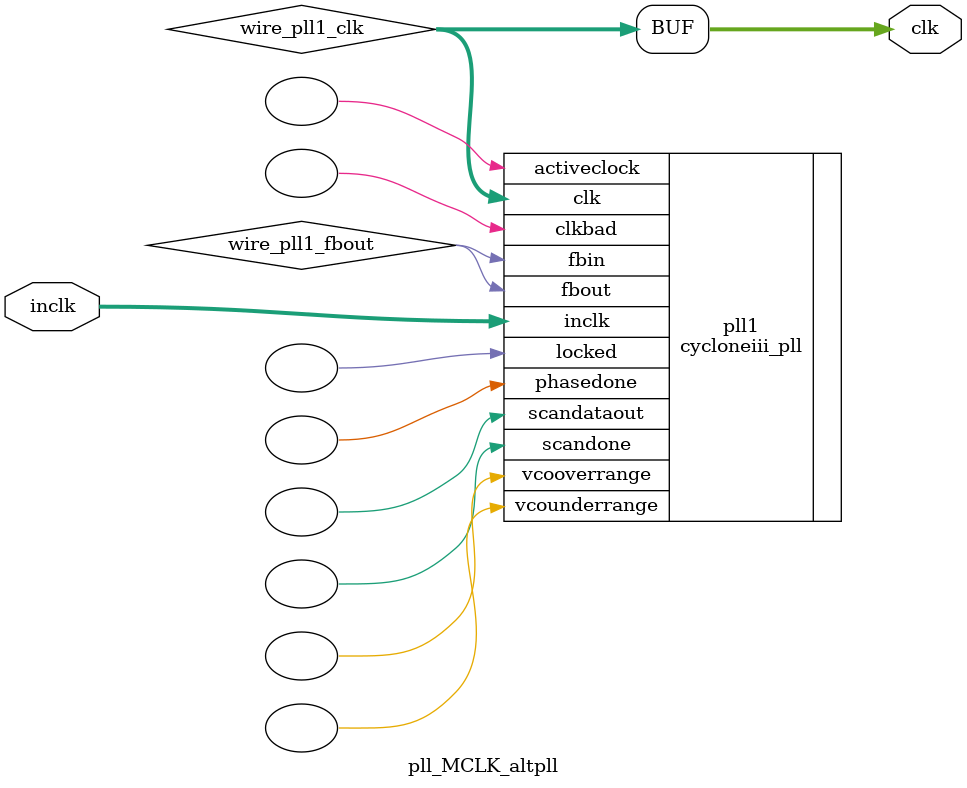
<source format=v>






//synthesis_resources = cycloneiii_pll 1 
//synopsys translate_off
`timescale 1 ps / 1 ps
//synopsys translate_on
module  pll_MCLK_altpll
	( 
	clk,
	inclk) /* synthesis synthesis_clearbox=1 */;
	output   [4:0]  clk;
	input   [1:0]  inclk;
`ifndef ALTERA_RESERVED_QIS
// synopsys translate_off
`endif
	tri0   [1:0]  inclk;
`ifndef ALTERA_RESERVED_QIS
// synopsys translate_on
`endif

	wire  [4:0]   wire_pll1_clk;
	wire  wire_pll1_fbout;

	cycloneiii_pll   pll1
	( 
	.activeclock(),
	.clk(wire_pll1_clk),
	.clkbad(),
	.fbin(wire_pll1_fbout),
	.fbout(wire_pll1_fbout),
	.inclk(inclk),
	.locked(),
	.phasedone(),
	.scandataout(),
	.scandone(),
	.vcooverrange(),
	.vcounderrange()
	`ifndef FORMAL_VERIFICATION
	// synopsys translate_off
	`endif
	,
	.areset(1'b0),
	.clkswitch(1'b0),
	.configupdate(1'b0),
	.pfdena(1'b1),
	.phasecounterselect({3{1'b0}}),
	.phasestep(1'b0),
	.phaseupdown(1'b0),
	.scanclk(1'b0),
	.scanclkena(1'b1),
	.scandata(1'b0)
	`ifndef FORMAL_VERIFICATION
	// synopsys translate_on
	`endif
	);
	defparam
		pll1.bandwidth_type = "auto",
		pll1.clk0_divide_by = 3125,
		pll1.clk0_duty_cycle = 50,
		pll1.clk0_multiply_by = 1536,
		pll1.clk0_phase_shift = "0",
		pll1.compensate_clock = "clk0",
		pll1.inclk0_input_frequency = 20000,
		pll1.operation_mode = "normal",
		pll1.pll_type = "auto",
		pll1.lpm_type = "cycloneiii_pll";
	assign
		clk = {wire_pll1_clk[4:0]};
endmodule //pll_MCLK_altpll
//VALID FILE

</source>
